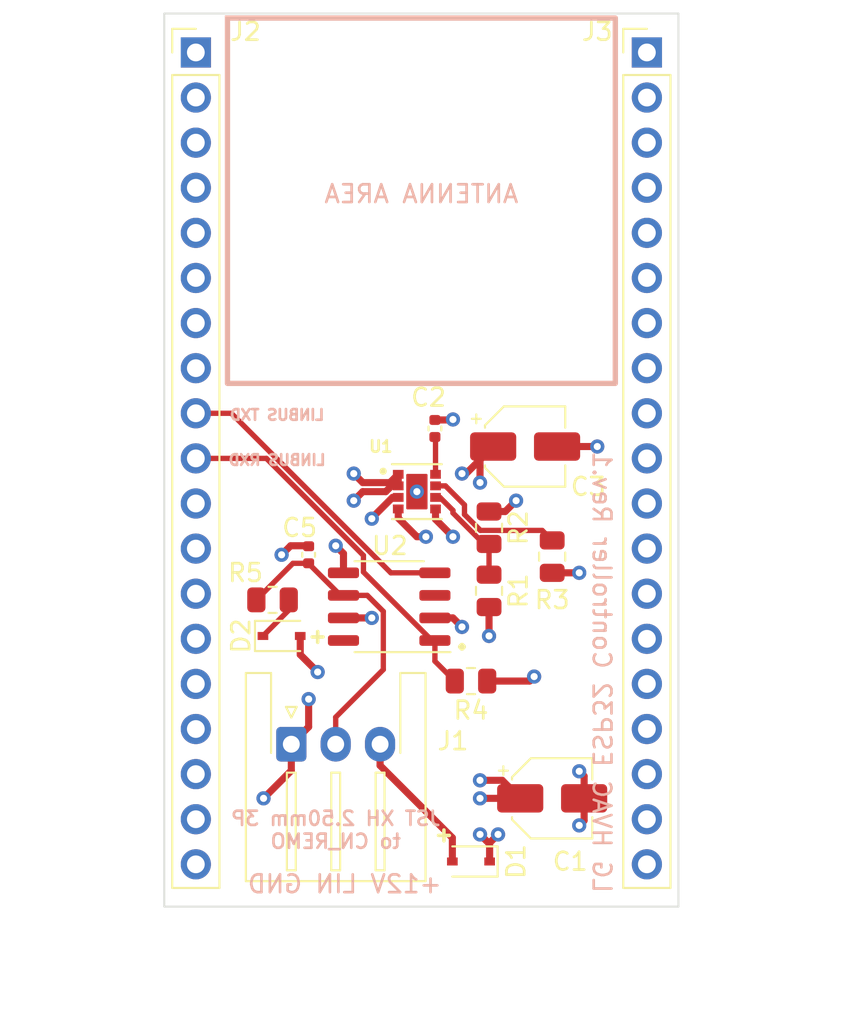
<source format=kicad_pcb>
(kicad_pcb (version 20211014) (generator pcbnew)
  (layers (0 "F.Cu" signal) (1 "In1.Cu" signal) (2 "In2.Cu" signal) (31 "B.Cu" signal) (34 "B.Paste" user) (35 "F.Paste" user) (36 "B.SilkS" user "B.Silkscreen") (37 "F.SilkS" user "F.Silkscreen") (38 "B.Mask" user) (39 "F.Mask" user) (44 "Edge.Cuts" user))
  (net 0 "")
  (net 1 "+12V")
  (net 2 "GND")
  (net 3 "+3V3")
  (net 4 "LINBUS")
  (net 5 "Net-(D1-Pad2)")
  (net 6 "RXD")
  (net 8 "TXD")
  (net 10 "Net-(C2-Pad1)")
  (net 11 "Net-(D2-Pad1)")
  (net 44 "Net-(R1-Pad1)")
  (net 45 "Net-(R3-Pad1)")
  (footprint "TPS82130:CONV_TPS82140SILR" (layer "F.Cu") (at 49.276 59.436)
    (fp_text reference "U1" (at -2.032 -2.54) (layer "F.SilkS") (effects (font (size 0.64 0.64))))
    (fp_text value "TPS82130")
    (fp_line (start 1.4 -1.545) (end -1.4 -1.545) (layer "F.SilkS") (width 0.127))
    (fp_line (start -1.4 1.545) (end 1.4 1.545) (layer "F.SilkS") (width 0.127))
    (fp_circle (center -1.9 -1.15) (end -1.8 -1.15) (layer "F.SilkS") (width 0.2) (fill none))
    (pad "1" smd roundrect (at -1.05 -0.975) (size 0.6 0.5) (layers "F.Cu") (roundrect_rratio 0.01) (net 1 "+12V"))
    (pad "2" smd roundrect (at -1.05 -0.325) (size 0.6 0.5) (layers "F.Cu") (roundrect_rratio 0.01) (net 1 "+12V"))
    (pad "3" smd roundrect (at -1.05 0.325) (size 0.6 0.5) (layers "F.Cu") (roundrect_rratio 0.01) (net 2 "GND"))
    (pad "4" smd roundrect (at -1.05 0.975) (size 0.6 0.5) (layers "F.Cu") (roundrect_rratio 0.01) (net 3 "+3V3"))
    (pad "5" smd roundrect (at 1.05 0.975) (size 0.6 0.5) (layers "F.Cu") (roundrect_rratio 0.01) (net 3 "+3V3"))
    (pad "6" smd roundrect (at 1.05 0.325) (size 0.6 0.5) (layers "F.Cu") (roundrect_rratio 0.01) (net 44 "Net-(R1-Pad1)"))
    (pad "7" smd roundrect (at 1.05 -0.325) (size 0.6 0.5) (layers "F.Cu") (roundrect_rratio 0.01) (net 45 "Net-(R3-Pad1)"))
    (pad "8" smd roundrect (at 1.05 -0.975) (size 0.6 0.5) (layers "F.Cu") (roundrect_rratio 0.01) (net 10 "Net-(C2-Pad1)"))
    (pad "9" smd roundrect (at 0 0) (size 1.2 2) (layers "F.Cu") (roundrect_rratio 0.05) (net 2 "GND"))
    (pad "11" thru_hole circle (at 0 0) (size 0.8 0.8) (drill 0.4) (layers *.Cu) (net 2 "GND"))
  )
  (footprint "Resistor_SMD:R_0805_2012Metric" (layer "F.Cu") (at 56.896 63.0955 -90)
    (fp_text reference "R3" (at 2.4365 0) (layer "F.SilkS"))
    (fp_text value "100k")
    (fp_line (start -0.227064 0.735) (end 0.227064 0.735) (layer "F.SilkS") (width 0.12))
    (fp_line (start -0.227064 -0.735) (end 0.227064 -0.735) (layer "F.SilkS") (width 0.12))
    (pad "1" smd roundrect (at -0.9125 0 270) (size 1.025 1.4) (layers "F.Cu" "F.Paste" "F.Mask") (roundrect_rratio 0.243902439) (net 45 "Net-(R3-Pad1)"))
    (pad "2" smd roundrect (at 0.9125 0 270) (size 1.025 1.4) (layers "F.Cu" "F.Paste" "F.Mask") (roundrect_rratio 0.243902439) (net 3 "+3V3"))
  )
  (footprint "Capacitor_SMD:C_0402_1005Metric" (layer "F.Cu") (at 43.18 62.992 90)
    (fp_text reference "C5" (at 1.524 -0.508 180) (layer "F.SilkS"))
    (fp_text value "220pF")
    (fp_line (start -0.107836 0.36) (end 0.107836 0.36) (layer "F.SilkS") (width 0.12))
    (fp_line (start -0.107836 -0.36) (end 0.107836 -0.36) (layer "F.SilkS") (width 0.12))
    (pad "1" smd roundrect (at -0.48 0 90) (size 0.56 0.62) (layers "F.Cu" "F.Paste" "F.Mask") (net 4 "LINBUS"))
    (pad "2" smd roundrect (at 0.48 0 90) (size 0.56 0.62) (layers "F.Cu" "F.Paste" "F.Mask") (net 2 "GND"))
  )
  (footprint "Diode_SMD:D_SOD-323" (layer "F.Cu") (at 52.324 80.264 180)
    (fp_text reference "D1" (at -2.54 0 90) (layer "F.SilkS"))
    (fp_text value "1N4148WS")
    (fp_line (start -1.5 -0.85) (end 1.05 -0.85) (layer "F.SilkS") (width 0.12))
    (fp_line (start -1.5 -0.85) (end -1.5 0.85) (layer "F.SilkS") (width 0.12))
    (fp_line (start -1.5 0.85) (end 1.05 0.85) (layer "F.SilkS") (width 0.12))
    (pad "1" smd rect (at -1.05 0 180) (size 0.6 0.45) (layers "F.Cu" "F.Paste" "F.Mask") (net 1 "+12V"))
    (pad "2" smd rect (at 1.05 0 180) (size 0.6 0.45) (layers "F.Cu" "F.Paste" "F.Mask") (net 5 "Net-(D1-Pad2)"))
  )
  (footprint "Package_SO:SO-8_3.9x4.9mm_P1.27mm" (layer "F.Cu") (at 47.717 65.913 180)
    (fp_text reference "U2" (at -0.035 3.429) (layer "F.SilkS"))
    (fp_text value "TJA1027")
    (fp_line (start 0 2.56) (end 1.95 2.56) (layer "F.SilkS") (width 0.12))
    (fp_line (start 0 -2.56) (end 1.95 -2.56) (layer "F.SilkS") (width 0.12))
    (fp_line (start 0 -2.56) (end -3.45 -2.56) (layer "F.SilkS") (width 0.12))
    (fp_line (start 0 2.56) (end -1.95 2.56) (layer "F.SilkS") (width 0.12))
    (pad "1" smd roundrect (at -2.575 -1.905 180) (size 1.75 0.6) (layers "F.Cu" "F.Paste" "F.Mask") (net 6 "RXD"))
    (pad "2" smd roundrect (at -2.575 -0.635 180) (size 1.75 0.6) (layers "F.Cu" "F.Paste" "F.Mask") (net 3 "+3V3"))
    (pad "3" smd roundrect (at -2.575 0.635 180) (size 1.75 0.6) (layers "F.Cu" "F.Paste" "F.Mask"))
    (pad "4" smd roundrect (at -2.575 1.905 180) (size 1.75 0.6) (layers "F.Cu" "F.Paste" "F.Mask") (net 8 "TXD"))
    (pad "5" smd roundrect (at 2.575 1.905 180) (size 1.75 0.6) (layers "F.Cu" "F.Paste" "F.Mask") (net 2 "GND"))
    (pad "6" smd roundrect (at 2.575 0.635 180) (size 1.75 0.6) (layers "F.Cu" "F.Paste" "F.Mask") (net 4 "LINBUS"))
    (pad "7" smd roundrect (at 2.575 -0.635 180) (size 1.75 0.6) (layers "F.Cu" "F.Paste" "F.Mask") (net 1 "+12V"))
    (pad "8" smd roundrect (at 2.575 -1.905 180) (size 1.75 0.6) (layers "F.Cu" "F.Paste" "F.Mask"))
  )
  (footprint "Resistor_SMD:R_0805_2012Metric" (layer "F.Cu") (at 53.34 61.468 -90)
    (fp_text reference "R2" (at 0 -1.65 90) (layer "F.SilkS"))
    (fp_text value "100k")
    (fp_line (start -0.227064 -0.735) (end 0.227064 -0.735) (layer "F.SilkS") (width 0.12))
    (fp_line (start -0.227064 0.735) (end 0.227064 0.735) (layer "F.SilkS") (width 0.12))
    (pad "1" smd roundrect (at -0.9125 0 270) (size 1.025 1.4) (layers "F.Cu" "F.Paste" "F.Mask") (roundrect_rratio 0.243902439) (net 2 "GND"))
    (pad "2" smd roundrect (at 0.9125 0 270) (size 1.025 1.4) (layers "F.Cu" "F.Paste" "F.Mask") (roundrect_rratio 0.243902439) (net 44 "Net-(R1-Pad1)"))
  )
  (footprint "Diode_SMD:D_SOD-323" (layer "F.Cu") (at 41.656 67.564)
    (fp_text reference "D2" (at -2.286 0 90) (layer "F.SilkS"))
    (fp_text value "1N4148WS")
    (fp_line (start -1.5 0.85) (end 1.05 0.85) (layer "F.SilkS") (width 0.12))
    (fp_line (start -1.5 -0.85) (end 1.05 -0.85) (layer "F.SilkS") (width 0.12))
    (fp_line (start -1.5 -0.85) (end -1.5 0.85) (layer "F.SilkS") (width 0.12))
    (pad "1" smd rect (at -1.05 0) (size 0.6 0.45) (layers "F.Cu" "F.Paste" "F.Mask") (net 11 "Net-(D2-Pad1)"))
    (pad "2" smd rect (at 1.05 0) (size 0.6 0.45) (layers "F.Cu" "F.Paste" "F.Mask") (net 1 "+12V"))
  )
  (footprint "Connector_PinHeader_2.54mm:PinHeader_1x19_P2.54mm_Vertical" (layer "F.Cu") (at 36.82632 34.70384)
    (fp_text reference "J2" (at 2.79768 -1.17584) (layer "F.SilkS"))
    (fp_text value "Conn_01x19_Female_1_to_19")
    (fp_line (start -1.33 47.05) (end 1.33 47.05) (layer "F.SilkS") (width 0.12))
    (fp_line (start -1.33 -1.33) (end 0 -1.33) (layer "F.SilkS") (width 0.12))
    (fp_line (start -1.33 1.27) (end 1.33 1.27) (layer "F.SilkS") (width 0.12))
    (fp_line (start 1.33 1.27) (end 1.33 47.05) (layer "F.SilkS") (width 0.12))
    (fp_line (start -1.33 1.27) (end -1.33 47.05) (layer "F.SilkS") (width 0.12))
    (fp_line (start -1.33 0) (end -1.33 -1.33) (layer "F.SilkS") (width 0.12))
    (pad "1" thru_hole rect (at 0 0) (size 1.7 1.7) (drill 1) (layers *.Cu *.Mask) (net 3 "+3V3"))
    (pad "2" thru_hole oval (at 0 2.54) (size 1.7 1.7) (drill 1) (layers *.Cu *.Mask))
    (pad "3" thru_hole oval (at 0 5.08) (size 1.7 1.7) (drill 1) (layers *.Cu *.Mask))
    (pad "4" thru_hole oval (at 0 7.62) (size 1.7 1.7) (drill 1) (layers *.Cu *.Mask))
    (pad "5" thru_hole oval (at 0 10.16) (size 1.7 1.7) (drill 1) (layers *.Cu *.Mask))
    (pad "6" thru_hole oval (at 0 12.7) (size 1.7 1.7) (drill 1) (layers *.Cu *.Mask))
    (pad "7" thru_hole oval (at 0 15.24) (size 1.7 1.7) (drill 1) (layers *.Cu *.Mask))
    (pad "8" thru_hole oval (at 0 17.78) (size 1.7 1.7) (drill 1) (layers *.Cu *.Mask))
    (pad "9" thru_hole oval (at 0 20.32) (size 1.7 1.7) (drill 1) (layers *.Cu *.Mask) (net 8 "TXD"))
    (pad "10" thru_hole oval (at 0 22.86) (size 1.7 1.7) (drill 1) (layers *.Cu *.Mask) (net 6 "RXD"))
    (pad "11" thru_hole oval (at 0 25.4) (size 1.7 1.7) (drill 1) (layers *.Cu *.Mask))
    (pad "12" thru_hole oval (at 0 27.94) (size 1.7 1.7) (drill 1) (layers *.Cu *.Mask))
    (pad "13" thru_hole oval (at 0 30.48) (size 1.7 1.7) (drill 1) (layers *.Cu *.Mask))
    (pad "14" thru_hole oval (at 0 33.02) (size 1.7 1.7) (drill 1) (layers *.Cu *.Mask) (net 2 "GND"))
    (pad "15" thru_hole oval (at 0 35.56) (size 1.7 1.7) (drill 1) (layers *.Cu *.Mask))
    (pad "16" thru_hole oval (at 0 38.1) (size 1.7 1.7) (drill 1) (layers *.Cu *.Mask))
    (pad "17" thru_hole oval (at 0 40.64) (size 1.7 1.7) (drill 1) (layers *.Cu *.Mask))
    (pad "18" thru_hole oval (at 0 43.18) (size 1.7 1.7) (drill 1) (layers *.Cu *.Mask))
    (pad "19" thru_hole oval (at 0 45.72) (size 1.7 1.7) (drill 1) (layers *.Cu *.Mask))
  )
  (footprint "Connector_JST:JST_XH_S3B-XH-A-1_1x03_P2.50mm_Horizontal" (layer "F.Cu") (at 42.204 73.66)
    (fp_text reference "J1" (at 9.104 -0.182) (layer "F.SilkS"))
    (fp_text value "JST_XH_S3B-XH-A-1_01x03")
    (fp_line (start -0.25 7.1) (end 0.25 7.1) (layer "F.SilkS") (width 0.12))
    (fp_line (start 7.56 7.71) (end 7.56 -4.01) (layer "F.SilkS") (width 0.12))
    (fp_line (start 2.5 7.71) (end -2.56 7.71) (layer "F.SilkS") (width 0.12))
    (fp_line (start 2.25 1.6) (end 2.25 7.1) (layer "F.SilkS") (width 0.12))
    (fp_line (start 4.75 7.1) (end 5.25 7.1) (layer "F.SilkS") (width 0.12))
    (fp_line (start 7.56 -4.01) (end 6.14 -4.01) (layer "F.SilkS") (width 0.12))
    (fp_line (start -2.56 7.71) (end -2.56 -4.01) (layer "F.SilkS") (width 0.12))
    (fp_line (start 4.75 1.6) (end 4.75 7.1) (layer "F.SilkS") (width 0.12))
    (fp_line (start -0.25 1.6) (end -0.25 7.1) (layer "F.SilkS") (width 0.12))
    (fp_line (start 5.25 7.1) (end 5.25 1.6) (layer "F.SilkS") (width 0.12))
    (fp_line (start 5.25 1.6) (end 4.75 1.6) (layer "F.SilkS") (width 0.12))
    (fp_line (start 2.75 1.6) (end 2.25 1.6) (layer "F.SilkS") (width 0.12))
    (fp_line (start -1.14 -4.01) (end -1.14 0.49) (layer "F.SilkS") (width 0.12))
    (fp_line (start -0.3 -2.1) (end 0.3 -2.1) (layer "F.SilkS") (width 0.12))
    (fp_line (start 6.14 -4.01) (end 6.14 0.49) (layer "F.SilkS") (width 0.12))
    (fp_line (start -2.56 -4.01) (end -1.14 -4.01) (layer "F.SilkS") (width 0.12))
    (fp_line (start 2.5 7.71) (end 7.56 7.71) (layer "F.SilkS") (width 0.12))
    (fp_line (start 2.25 7.1) (end 2.75 7.1) (layer "F.SilkS") (width 0.12))
    (fp_line (start 0.25 7.1) (end 0.25 1.6) (layer "F.SilkS") (width 0.12))
    (fp_line (start 0.25 1.6) (end -0.25 1.6) (layer "F.SilkS") (width 0.12))
    (fp_line (start 2.75 7.1) (end 2.75 1.6) (layer "F.SilkS") (width 0.12))
    (fp_line (start 0.3 -2.1) (end 0 -1.5) (layer "F.SilkS") (width 0.12))
    (fp_line (start 0 -1.5) (end -0.3 -2.1) (layer "F.SilkS") (width 0.12))
    (pad "1" thru_hole roundrect (at 0 0) (size 1.7 1.95) (drill 0.95) (layers *.Cu *.Mask) (roundrect_rratio 0.1470588235) (net 2 "GND"))
    (pad "2" thru_hole oval (at 2.5 0) (size 1.7 1.95) (drill 0.95) (layers *.Cu *.Mask) (net 4 "LINBUS"))
    (pad "3" thru_hole oval (at 5 0) (size 1.7 1.95) (drill 0.95) (layers *.Cu *.Mask) (net 5 "Net-(D1-Pad2)"))
  )
  (footprint "Resistor_SMD:R_0805_2012Metric" (layer "F.Cu") (at 52.324 70.104 180)
    (fp_text reference "R4" (at 0 -1.65) (layer "F.SilkS"))
    (fp_text value "4.7k")
    (fp_line (start -0.227064 0.735) (end 0.227064 0.735) (layer "F.SilkS") (width 0.12))
    (fp_line (start -0.227064 -0.735) (end 0.227064 -0.735) (layer "F.SilkS") (width 0.12))
    (pad "1" smd roundrect (at -0.9125 0 180) (size 1.025 1.4) (layers "F.Cu" "F.Paste" "F.Mask") (roundrect_rratio 0.243902439) (net 3 "+3V3"))
    (pad "2" smd roundrect (at 0.9125 0 180) (size 1.025 1.4) (layers "F.Cu" "F.Paste" "F.Mask") (roundrect_rratio 0.243902439) (net 6 "RXD"))
  )
  (footprint "Capacitor_SMD:C_0402_1005Metric" (layer "F.Cu") (at 50.292 55.88 90)
    (fp_text reference "C2" (at 1.75 -0.36) (layer "F.SilkS"))
    (fp_text value "3.3nF")
    (fp_line (start -0.107836 -0.36) (end 0.107836 -0.36) (layer "F.SilkS") (width 0.12))
    (fp_line (start -0.107836 0.36) (end 0.107836 0.36) (layer "F.SilkS") (width 0.12))
    (pad "1" smd roundrect (at -0.48 0 90) (size 0.56 0.62) (layers "F.Cu" "F.Paste" "F.Mask") (net 10 "Net-(C2-Pad1)"))
    (pad "2" smd roundrect (at 0.48 0 90) (size 0.56 0.62) (layers "F.Cu" "F.Paste" "F.Mask") (net 2 "GND"))
  )
  (footprint "Capacitor_SMD:CP_Elec_4x5.8" (layer "F.Cu") (at 55.372 56.896)
    (fp_text reference "C3" (at 3.556 2.26) (layer "F.SilkS"))
    (fp_text value "22uF")
    (fp_line (start -1.195563 -2.26) (end 2.26 -2.26) (layer "F.SilkS") (width 0.12))
    (fp_line (start -1.195563 2.26) (end 2.26 2.26) (layer "F.SilkS") (width 0.12))
    (fp_line (start -2.26 1.195563) (end -2.26 1.06) (layer "F.SilkS") (width 0.12))
    (fp_line (start -3 -1.56) (end -2.5 -1.56) (layer "F.SilkS") (width 0.12))
    (fp_line (start -2.75 -1.81) (end -2.75 -1.31) (layer "F.SilkS") (width 0.12))
    (fp_line (start 2.26 2.26) (end 2.26 1.06) (layer "F.SilkS") (width 0.12))
    (fp_line (start 2.26 -2.26) (end 2.26 -1.06) (layer "F.SilkS") (width 0.12))
    (fp_line (start -2.26 1.195563) (end -1.195563 2.26) (layer "F.SilkS") (width 0.12))
    (fp_line (start -2.26 -1.195563) (end -2.26 -1.06) (layer "F.SilkS") (width 0.12))
    (fp_line (start -2.26 -1.195563) (end -1.195563 -2.26) (layer "F.SilkS") (width 0.12))
    (pad "1" smd roundrect (at -1.8 0) (size 2.6 1.6) (layers "F.Cu" "F.Paste" "F.Mask") (roundrect_rratio 0.15625) (net 3 "+3V3"))
    (pad "2" smd roundrect (at 1.8 0) (size 2.6 1.6) (layers "F.Cu" "F.Paste" "F.Mask") (roundrect_rratio 0.15625) (net 2 "GND"))
  )
  (footprint "Resistor_SMD:R_0805_2012Metric" (layer "F.Cu") (at 53.34 65.024 -90)
    (fp_text reference "R1" (at 0 -1.65 90) (layer "F.SilkS"))
    (fp_text value "330k")
    (fp_line (start -0.227064 -0.735) (end 0.227064 -0.735) (layer "F.SilkS") (width 0.12))
    (fp_line (start -0.227064 0.735) (end 0.227064 0.735) (layer "F.SilkS") (width 0.12))
    (pad "1" smd roundrect (at -0.9125 0 270) (size 1.025 1.4) (layers "F.Cu" "F.Paste" "F.Mask") (roundrect_rratio 0.243902439) (net 44 "Net-(R1-Pad1)"))
    (pad "2" smd roundrect (at 0.9125 0 270) (size 1.025 1.4) (layers "F.Cu" "F.Paste" "F.Mask") (roundrect_rratio 0.243902439) (net 3 "+3V3"))
  )
  (footprint "Resistor_SMD:R_0805_2012Metric" (layer "F.Cu") (at 41.148 65.532 180)
    (fp_text reference "R5" (at 1.524 1.524) (layer "F.SilkS"))
    (fp_text value "1k")
    (fp_line (start -0.227064 -0.735) (end 0.227064 -0.735) (layer "F.SilkS") (width 0.12))
    (fp_line (start -0.227064 0.735) (end 0.227064 0.735) (layer "F.SilkS") (width 0.12))
    (pad "1" smd roundrect (at -0.9125 0 180) (size 1.025 1.4) (layers "F.Cu" "F.Paste" "F.Mask") (roundrect_rratio 0.243902439) (net 11 "Net-(D2-Pad1)"))
    (pad "2" smd roundrect (at 0.9125 0 180) (size 1.025 1.4) (layers "F.Cu" "F.Paste" "F.Mask") (roundrect_rratio 0.243902439) (net 4 "LINBUS"))
  )
  (footprint "Capacitor_SMD:CP_Elec_4x5.4" (layer "F.Cu") (at 56.896 76.708)
    (fp_text reference "C1" (at 1.016 3.556 180) (layer "F.SilkS"))
    (fp_text value "10uF")
    (fp_line (start -2.26 1.195563) (end -2.26 1.06) (layer "F.SilkS") (width 0.12))
    (fp_line (start -2.26 -1.195563) (end -1.195563 -2.26) (layer "F.SilkS") (width 0.12))
    (fp_line (start -3 -1.56) (end -2.5 -1.56) (layer "F.SilkS") (width 0.12))
    (fp_line (start -2.26 -1.195563) (end -2.26 -1.06) (layer "F.SilkS") (width 0.12))
    (fp_line (start 2.26 2.26) (end 2.26 1.06) (layer "F.SilkS") (width 0.12))
    (fp_line (start -1.195563 -2.26) (end 2.26 -2.26) (layer "F.SilkS") (width 0.12))
    (fp_line (start 2.26 -2.26) (end 2.26 -1.06) (layer "F.SilkS") (width 0.12))
    (fp_line (start -2.75 -1.81) (end -2.75 -1.31) (layer "F.SilkS") (width 0.12))
    (fp_line (start -2.26 1.195563) (end -1.195563 2.26) (layer "F.SilkS") (width 0.12))
    (fp_line (start -1.195563 2.26) (end 2.26 2.26) (layer "F.SilkS") (width 0.12))
    (pad "1" smd roundrect (at -1.8 0) (size 2.6 1.6) (layers "F.Cu" "F.Paste" "F.Mask") (roundrect_rratio 0.15625) (net 1 "+12V"))
    (pad "2" smd roundrect (at 1.8 0) (size 2.6 1.6) (layers "F.Cu" "F.Paste" "F.Mask") (roundrect_rratio 0.15625) (net 2 "GND"))
  )
  (footprint "Connector_PinHeader_2.54mm:PinHeader_1x19_P2.54mm_Vertical" (layer "F.Cu") (at 62.23 34.70384)
    (fp_text reference "J3" (at -2.794 -1.17584) (layer "F.SilkS"))
    (fp_text value "Conn_01x19_Female_20_to_38")
    (fp_line (start -1.33 -1.33) (end 0 -1.33) (layer "F.SilkS") (width 0.12))
    (fp_line (start -1.33 1.27) (end -1.33 47.05) (layer "F.SilkS") (width 0.12))
    (fp_line (start -1.33 47.05) (end 1.33 47.05) (layer "F.SilkS") (width 0.12))
    (fp_line (start -1.33 0) (end -1.33 -1.33) (layer "F.SilkS") (width 0.12))
    (fp_line (start 1.33 1.27) (end 1.33 47.05) (layer "F.SilkS") (width 0.12))
    (fp_line (start -1.33 1.27) (end 1.33 1.27) (layer "F.SilkS") (width 0.12))
    (pad "1" thru_hole rect (at 0 0) (size 1.7 1.7) (drill 1) (layers *.Cu *.Mask) (net 2 "GND"))
    (pad "2" thru_hole oval (at 0 2.54) (size 1.7 1.7) (drill 1) (layers *.Cu *.Mask))
    (pad "3" thru_hole oval (at 0 5.08) (size 1.7 1.7) (drill 1) (layers *.Cu *.Mask))
    (pad "4" thru_hole oval (at 0 7.62) (size 1.7 1.7) (drill 1) (layers *.Cu *.Mask))
    (pad "5" thru_hole oval (at 0 10.16) (size 1.7 1.7) (drill 1) (layers *.Cu *.Mask))
    (pad "6" thru_hole oval (at 0 12.7) (size 1.7 1.7) (drill 1) (layers *.Cu *.Mask))
    (pad "7" thru_hole oval (at 0 15.24) (size 1.7 1.7) (drill 1) (layers *.Cu *.Mask) (net 2 "GND"))
    (pad "8" thru_hole oval (at 0 17.78) (size 1.7 1.7) (drill 1) (layers *.Cu *.Mask))
    (pad "9" thru_hole oval (at 0 20.32) (size 1.7 1.7) (drill 1) (layers *.Cu *.Mask))
    (pad "10" thru_hole oval (at 0 22.86) (size 1.7 1.7) (drill 1) (layers *.Cu *.Mask))
    (pad "11" thru_hole oval (at 0 25.4) (size 1.7 1.7) (drill 1) (layers *.Cu *.Mask))
    (pad "12" thru_hole oval (at 0 27.94) (size 1.7 1.7) (drill 1) (layers *.Cu *.Mask))
    (pad "13" thru_hole oval (at 0 30.48) (size 1.7 1.7) (drill 1) (layers *.Cu *.Mask))
    (pad "14" thru_hole oval (at 0 33.02) (size 1.7 1.7) (drill 1) (layers *.Cu *.Mask))
    (pad "15" thru_hole oval (at 0 35.56) (size 1.7 1.7) (drill 1) (layers *.Cu *.Mask))
    (pad "16" thru_hole oval (at 0 38.1) (size 1.7 1.7) (drill 1) (layers *.Cu *.Mask))
    (pad "17" thru_hole oval (at 0 40.64) (size 1.7 1.7) (drill 1) (layers *.Cu *.Mask))
    (pad "18" thru_hole oval (at 0 43.18) (size 1.7 1.7) (drill 1) (layers *.Cu *.Mask))
    (pad "19" thru_hole oval (at 0 45.72) (size 1.7 1.7) (drill 1) (layers *.Cu *.Mask))
  )
  (gr_rect (start 60.452 32.766) (end 38.608 53.34) (layer "B.SilkS") (width 0.3) (fill none))
  (gr_line (start 64.008 32.512) (end 64.008 82.804) (layer "Edge.Cuts") (width 0.1))
  (gr_line (start 64.008 82.804) (end 35.052 82.804) (layer "Edge.Cuts") (width 0.1))
  (gr_line (start 35.052 82.804) (end 35.052 32.512) (layer "Edge.Cuts") (width 0.1))
  (gr_line (start 35.052 32.512) (end 64.008 32.512) (layer "Edge.Cuts") (width 0.1))
  (gr_text "LINBUS TXD" (at 41.402 55.118) (layer "B.SilkS") (effects (font (size 0.6 0.6)) (justify mirror)))
  (gr_text "JST XH 2.50mm 3P\nto CN_REMO" (at 44.704 78.486) (layer "B.SilkS") (effects (font (size 0.8 0.8)) (justify mirror)))
  (gr_text "LINBUS RXD" (at 41.402 57.658) (layer "B.SilkS") (effects (font (size 0.6 0.6)) (justify mirror)))
  (gr_text "+12V LIN GND" (at 45.212 81.534) (layer "B.SilkS") (effects (font (size 1 1)) (justify mirror)))
  (gr_text "LG HVAC ESP32 Controller Rev.1" (at 59.69 69.596 270) (layer "B.SilkS") (effects (font (size 1 1)) (justify mirror)))
  (gr_text "ANTENNA AREA" (at 49.53 42.672) (layer "B.SilkS") (effects (font (size 1 1)) (justify mirror)))
  (gr_text "+" (at 50.8 78.74) (layer "F.SilkS") (effects (font (size 0.8 0.8) (thickness 0.2))))
  (gr_text "." (at 51.816 67.564) (layer "F.SilkS") (effects (font (size 1.5 1.5) (thickness 0.3))))
  (gr_text "+" (at 43.688 67.564) (layer "F.SilkS") (effects (font (size 0.8 0.8) (thickness 0.2))))
  (segment (start 53.374 80.264) (end 53.374 79.282) (width 0.4) (layer "F.Cu") (net 1))
  (segment (start 45.72 58.42) (end 46.228 58.928) (width 0.4) (layer "F.Cu") (net 1))
  (segment (start 47.848916 59.111) (end 48.226 59.111) (width 0.4) (layer "F.Cu") (net 1))
  (segment (start 47.759 58.928) (end 48.226 58.461) (width 0.4) (layer "F.Cu") (net 1))
  (segment (start 46.228 58.928) (end 47.759 58.928) (width 0.4) (layer "F.Cu") (net 1))
  (segment (start 53.374 79.282) (end 52.832 78.74) (width 0.4) (layer "F.Cu") (net 1))
  (segment (start 46.228 59.436) (end 47.523916 59.436) (width 0.4) (layer "F.Cu") (net 1))
  (segment (start 45.72 59.944) (end 46.228 59.436) (width 0.4) (layer "F.Cu") (net 1))
  (segment (start 42.706 68.614) (end 42.706 67.564) (width 0.4) (layer "F.Cu") (net 1))
  (segment (start 48.226 59.111) (end 48.226 58.461) (width 0.4) (layer "F.Cu") (net 1))
  (segment (start 52.832 76.708) (end 55.096 76.708) (width 0.4) (layer "F.Cu") (net 1))
  (segment (start 47.523916 59.436) (end 47.848916 59.111) (width 0.4) (layer "F.Cu") (net 1))
  (segment (start 45.142 66.548) (end 46.736 66.548) (width 0.4) (layer "F.Cu") (net 1))
  (segment (start 43.688 69.596) (end 42.706 68.614) (width 0.4) (layer "F.Cu") (net 1))
  (segment (start 53.374 79.214) (end 53.848 78.74) (width 0.4) (layer "F.Cu") (net 1))
  (segment (start 54.08 75.692) (end 55.096 76.708) (width 0.4) (layer "F.Cu") (net 1))
  (segment (start 53.374 80.264) (end 53.374 79.214) (width 0.4) (layer "F.Cu") (net 1))
  (segment (start 52.832 75.692) (end 54.08 75.692) (width 0.4) (layer "F.Cu") (net 1))
  (via (at 53.848 78.74) (size 0.8) (drill 0.4) (layers "F.Cu" "B.Cu") (net 1))
  (via (at 52.832 78.74) (size 0.8) (drill 0.4) (layers "F.Cu" "B.Cu") (net 1))
  (via (at 52.832 75.692) (size 0.8) (drill 0.4) (layers "F.Cu" "B.Cu") (net 1))
  (via (at 45.72 58.42) (size 0.8) (drill 0.4) (layers "F.Cu" "B.Cu") (net 1))
  (via (at 43.688 69.596) (size 0.8) (drill 0.4) (layers "F.Cu" "B.Cu") (net 1))
  (via (at 45.72 59.944) (size 0.8) (drill 0.4) (layers "F.Cu" "B.Cu") (net 1))
  (via (at 52.832 76.708) (size 0.8) (drill 0.4) (layers "F.Cu" "B.Cu") (net 1))
  (via (at 46.736 66.548) (size 0.8) (drill 0.4) (layers "F.Cu" "B.Cu") (net 1))
  (segment (start 42.204 75.144) (end 40.64 76.708) (width 0.4) (layer "F.Cu") (net 2))
  (segment (start 43.18 72.684) (end 42.204 73.66) (width 0.4) (layer "F.Cu") (net 2))
  (segment (start 42.164 62.484) (end 43.152 62.484) (width 0.4) (layer "F.Cu") (net 2))
  (segment (start 47.905344 59.761) (end 48.226 59.761) (width 0.4) (layer "F.Cu") (net 2))
  (segment (start 58.696 76.708) (end 58.696 75.46) (width 0.4) (layer "F.Cu") (net 2))
  (segment (start 53.34 60.5555) (end 54.2525 60.5555) (width 0.4) (layer "F.Cu") (net 2))
  (segment (start 41.656 62.992) (end 42.164 62.484) (width 0.4) (layer "F.Cu") (net 2))
  (segment (start 58.696 76.708) (end 58.696 77.956) (width 0.4) (layer "F.Cu") (net 2))
  (segment (start 46.736 60.930344) (end 47.905344 59.761) (width 0.4) (layer "F.Cu") (net 2))
  (segment (start 58.696 77.956) (end 58.42 78.232) (width 0.4) (layer "F.Cu") (net 2))
  (segment (start 42.204 73.66) (end 42.204 75.144) (width 0.4) (layer "F.Cu") (net 2))
  (segment (start 45.142 64.008) (end 45.142 62.922) (width 0.4) (layer "F.Cu") (net 2))
  (segment (start 43.152 62.484) (end 43.18 62.512) (width 0.4) (layer "F.Cu") (net 2))
  (segment (start 51.28 55.4) (end 51.308 55.372) (width 0.4) (layer "F.Cu") (net 2))
  (segment (start 58.696 75.46) (end 58.42 75.184) (width 0.4) (layer "F.Cu") (net 2))
  (segment (start 54.2525 60.5555) (end 54.864 59.944) (width 0.4) (layer "F.Cu") (net 2))
  (segment (start 46.736 60.96) (end 46.736 60.930344) (width 0.4) (layer "F.Cu") (net 2))
  (segment (start 50.292 55.4) (end 51.28 55.4) (width 0.4) (layer "F.Cu") (net 2))
  (segment (start 57.172 56.896) (end 59.436 56.896) (width 0.4) (layer "F.Cu") (net 2))
  (segment (start 45.142 62.922) (end 44.704 62.484) (width 0.4) (layer "F.Cu") (net 2))
  (segment (start 43.18 71.12) (end 43.18 72.684) (width 0.4) (layer "F.Cu") (net 2))
  (via (at 41.656 62.992) (size 0.8) (drill 0.4) (layers "F.Cu" "B.Cu") (net 2))
  (via (at 58.42 78.232) (size 0.8) (drill 0.4) (layers "F.Cu" "B.Cu") (net 2))
  (via (at 46.736 60.96) (size 0.8) (drill 0.4) (layers "F.Cu" "B.Cu") (net 2))
  (via (at 58.42 75.184) (size 0.8) (drill 0.4) (layers "F.Cu" "B.Cu") (net 2))
  (via (at 59.436 56.896) (size 0.8) (drill 0.4) (layers "F.Cu" "B.Cu") (net 2))
  (via (at 40.64 76.708) (size 0.8) (drill 0.4) (layers "F.Cu" "B.Cu") (net 2))
  (via (at 44.704 62.484) (size 0.8) (drill 0.4) (layers "F.Cu" "B.Cu") (net 2))
  (via (at 43.18 71.12) (size 0.8) (drill 0.4) (layers "F.Cu" "B.Cu") (net 2))
  (via (at 54.864 59.944) (size 0.8) (drill 0.4) (layers "F.Cu" "B.Cu") (net 2))
  (via (at 51.308 55.372) (size 0.8) (drill 0.4) (layers "F.Cu" "B.Cu") (net 2))
  (segment (start 55.626 70.104) (end 55.88 69.85) (width 0.4) (layer "F.Cu") (net 3))
  (segment (start 51.816 58.42) (end 52.048 58.42) (width 0.4) (layer "F.Cu") (net 3))
  (segment (start 51.308 61.976) (end 50.326 60.994) (width 0.4) (layer "F.Cu") (net 3))
  (segment (start 48.226 60.926) (end 48.226 60.411) (width 0.4) (layer "F.Cu") (net 3))
  (segment (start 51.308 66.548) (end 51.816 67.056) (width 0.4) (layer "F.Cu") (net 3))
  (segment (start 49.276 61.976) (end 49.784 61.976) (width 0.4) (layer "F.Cu") (net 3))
  (segment (start 53.34 67.564) (end 53.34 65.9365) (width 0.4) (layer "F.Cu") (net 3))
  (segment (start 53.2365 70.104) (end 55.626 70.104) (width 0.4) (layer "F.Cu") (net 3))
  (segment (start 50.292 66.548) (end 51.308 66.548) (width 0.4) (layer "F.Cu") (net 3))
  (segment (start 50.326 60.994) (end 50.326 60.411) (width 0.4) (layer "F.Cu") (net 3))
  (segment (start 52.832 57.636) (end 53.572 56.896) (width 0.4) (layer "F.Cu") (net 3))
  (segment (start 56.896 64.008) (end 58.42 64.008) (width 0.4) (layer "F.Cu") (net 3))
  (segment (start 52.832 58.928) (end 52.832 57.636) (width 0.4) (layer "F.Cu") (net 3))
  (segment (start 52.048 58.42) (end 53.572 56.896) (width 0.4) (layer "F.Cu") (net 3))
  (segment (start 49.276 61.976) (end 48.226 60.926) (width 0.4) (layer "F.Cu") (net 3))
  (via (at 51.816 67.056) (size 0.8) (drill 0.4) (layers "F.Cu" "B.Cu") (net 3))
  (via (at 53.34 67.564) (size 0.8) (drill 0.4) (layers "F.Cu" "B.Cu") (net 3))
  (via (at 55.88 69.85) (size 0.8) (drill 0.4) (layers "F.Cu" "B.Cu") (net 3))
  (via (at 52.832 58.928) (size 0.8) (drill 0.4) (layers "F.Cu" "B.Cu") (net 3))
  (via (at 49.784 61.976) (size 0.8) (drill 0.4) (layers "F.Cu" "B.Cu") (net 3))
  (via (at 51.816 58.42) (size 0.8) (drill 0.4) (layers "F.Cu" "B.Cu") (net 3))
  (via (at 58.42 64.008) (size 0.8) (drill 0.4) (layers "F.Cu" "B.Cu") (net 3))
  (via (at 51.308 61.976) (size 0.8) (drill 0.4) (layers "F.Cu" "B.Cu") (net 3))
  (segment (start 47.385511 66.181511) (end 46.482 65.278) (width 0.3) (layer "F.Cu") (net 4))
  (segment (start 40.2355 65.532) (end 42.2955 63.472) (width 0.3) (layer "F.Cu") (net 4))
  (segment (start 47.385511 69.454489) (end 47.385511 66.181511) (width 0.3) (layer "F.Cu") (net 4))
  (segment (start 44.704 73.66) (end 44.704 72.136) (width 0.3) (layer "F.Cu") (net 4))
  (segment (start 45.142 65.278) (end 44.971994 65.278) (width 0.3) (layer "F.Cu") (net 4))
  (segment (start 46.482 65.278) (end 45.142 65.278) (width 0.3) (layer "F.Cu") (net 4))
  (segment (start 42.2955 63.472) (end 43.18 63.472) (width 0.3) (layer "F.Cu") (net 4))
  (segment (start 43.18 63.486006) (end 43.18 63.472) (width 0.3) (layer "F.Cu") (net 4))
  (segment (start 44.971994 65.278) (end 43.18 63.486006) (width 0.3) (layer "F.Cu") (net 4))
  (segment (start 44.704 72.136) (end 47.385511 69.454489) (width 0.3) (layer "F.Cu") (net 4))
  (segment (start 47.204 73.66) (end 47.204 74.858) (width 0.4) (layer "F.Cu") (net 5))
  (segment (start 47.204 74.858) (end 51.274 78.928) (width 0.4) (layer "F.Cu") (net 5))
  (segment (start 51.274 78.928) (end 51.274 80.264) (width 0.4) (layer "F.Cu") (net 5))
  (segment (start 46.26652 63.03052) (end 40.79984 57.56384) (width 0.3) (layer "F.Cu") (net 6))
  (segment (start 40.79984 57.56384) (end 36.82632 57.56384) (width 0.3) (layer "F.Cu") (net 6))
  (segment (start 46.26652 63.962526) (end 46.26652 63.03052) (width 0.3) (layer "F.Cu") (net 6))
  (segment (start 50.292 68.9845) (end 51.4115 70.104) (width 0.3) (layer "F.Cu") (net 6))
  (segment (start 50.121994 67.818) (end 46.26652 63.962526) (width 0.3) (layer "F.Cu") (net 6))
  (segment (start 50.292 67.818) (end 50.121994 67.818) (width 0.3) (layer "F.Cu") (net 6))
  (segment (start 50.292 67.818) (end 50.292 68.9845) (width 0.3) (layer "F.Cu") (net 6))
  (segment (start 47.809006 64.008) (end 38.824846 55.02384) (width 0.3) (layer "F.Cu") (net 8))
  (segment (start 38.824846 55.02384) (end 36.82632 55.02384) (width 0.3) (layer "F.Cu") (net 8))
  (segment (start 50.292 64.008) (end 47.809006 64.008) (width 0.3) (layer "F.Cu") (net 8))
  (segment (start 50.326 56.394) (end 50.292 56.36) (width 0.3) (layer "F.Cu") (net 10))
  (segment (start 50.326 58.461) (end 50.326 56.394) (width 0.3) (layer "F.Cu") (net 10))
  (segment (start 42.0605 66.1095) (end 40.606 67.564) (width 0.3) (layer "F.Cu") (net 11))
  (segment (start 42.0605 65.532) (end 42.0605 66.1095) (width 0.3) (layer "F.Cu") (net 11))
  (segment (start 50.575945 59.761) (end 51.308 60.493055) (width 0.3) (layer "F.Cu") (net 44))
  (segment (start 51.308 60.493055) (end 51.308 60.636532) (width 0.3) (layer "F.Cu") (net 44))
  (segment (start 51.308 60.636532) (end 53.051968 62.3805) (width 0.3) (layer "F.Cu") (net 44))
  (segment (start 53.34 62.3805) (end 53.34 64.1115) (width 0.3) (layer "F.Cu") (net 44))
  (segment (start 53.051968 62.3805) (end 53.34 62.3805) (width 0.3) (layer "F.Cu") (net 44))
  (segment (start 50.326 59.761) (end 50.575945 59.761) (width 0.3) (layer "F.Cu") (net 44))
  (segment (start 56.896 62.183) (end 56.33148 61.61848) (width 0.3) (layer "F.Cu") (net 45))
  (segment (start 56.33148 61.61848) (end 52.854954 61.61848) (width 0.3) (layer "F.Cu") (net 45))
  (segment (start 50.885548 59.111) (end 50.326 59.111) (width 0.3) (layer "F.Cu") (net 45))
  (segment (start 52.854954 61.61848) (end 51.957511 60.721037) (width 0.3) (layer "F.Cu") (net 45))
  (segment (start 51.957511 60.721037) (end 51.957511 60.182963) (width 0.3) (layer "F.Cu") (net 45))
  (segment (start 51.957511 60.182963) (end 50.885548 59.111) (width 0.3) (layer "F.Cu") (net 45))
)
</source>
